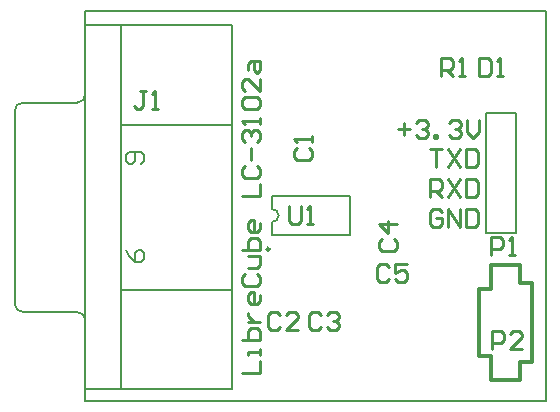
<source format=gto>
%FSAX24Y24*%
%MOIN*%
G70*
G01*
G75*
%ADD10R,0.1181X0.0827*%
%ADD11R,0.0630X0.0315*%
%ADD12R,0.0433X0.0394*%
%ADD13R,0.0394X0.0433*%
%ADD14R,0.0118X0.0630*%
%ADD15C,0.0157*%
%ADD16C,0.0094*%
%ADD17C,0.0080*%
%ADD18C,0.0591*%
%ADD19R,0.0591X0.0591*%
%ADD20C,0.0665*%
%ADD21R,0.0665X0.0665*%
%ADD22C,0.1874*%
%ADD23C,0.0472*%
%ADD24C,0.0079*%
%ADD25C,0.0098*%
%ADD26C,0.0140*%
%ADD27C,0.0100*%
%ADD28C,0.0059*%
D17*
X057126Y085394D02*
Y098386D01*
X072480Y085394D02*
Y098386D01*
X057126D02*
X072480D01*
X057126Y085394D02*
X072480D01*
D24*
X057124Y088087D02*
G03*
X056850Y088360I-000274J000000D01*
G01*
X054764Y088636D02*
G03*
X055037Y088362I000274J000000D01*
G01*
X056850Y095341D02*
G03*
X057124Y095614I000000J000274D01*
G01*
X055037Y095339D02*
G03*
X054764Y095065I000000J-000274D01*
G01*
X063346Y091358D02*
G03*
X063346Y091791I000000J000217D01*
G01*
X070484Y094988D02*
X071484D01*
Y090988D02*
Y094988D01*
X070484Y090988D02*
Y094988D01*
Y090988D02*
X071484D01*
X058307Y085787D02*
Y097913D01*
X057126D02*
X062008D01*
X057126Y085787D02*
X062008D01*
X054764Y088636D02*
Y095065D01*
X062008Y085787D02*
Y097913D01*
X058307Y094606D02*
X062008D01*
X057126Y085787D02*
Y097913D01*
X058307Y089094D02*
X062008D01*
X055039Y088360D02*
X056850D01*
X055039Y095341D02*
X056850D01*
X063346Y090925D02*
Y091358D01*
Y091791D02*
Y092224D01*
X065945Y090925D02*
Y092224D01*
X063346Y090925D02*
X065945D01*
X063346Y092224D02*
X065945D01*
D25*
X063268Y090453D02*
G03*
X063268Y090453I-000049J000000D01*
G01*
D26*
X070630Y086102D02*
X071614D01*
Y086693D01*
X072008D01*
Y089339D01*
X071614D02*
X072008D01*
X071614D02*
Y089941D01*
X070630D02*
X071614D01*
X070630Y089138D02*
Y089941D01*
X070236Y089138D02*
X070630D01*
X070236Y086890D02*
Y089138D01*
Y086890D02*
X070630D01*
Y086102D02*
Y086890D01*
D27*
X070669Y087126D02*
Y087726D01*
X070969D01*
X071069Y087626D01*
Y087426D01*
X070969Y087326D01*
X070669D01*
X071669Y087126D02*
X071269D01*
X071669Y087526D01*
Y087626D01*
X071569Y087726D01*
X071369D01*
X071269Y087626D01*
X068976Y096220D02*
Y096820D01*
X069276D01*
X069376Y096720D01*
Y096520D01*
X069276Y096420D01*
X068976D01*
X069176D02*
X069376Y096220D01*
X069576D02*
X069776D01*
X069676D01*
Y096820D01*
X069576Y096720D01*
X070236Y096820D02*
Y096220D01*
X070536D01*
X070636Y096320D01*
Y096720D01*
X070536Y096820D01*
X070236D01*
X070836Y096220D02*
X071036D01*
X070936D01*
Y096820D01*
X070836Y096720D01*
X064185Y093825D02*
X064085Y093725D01*
Y093525D01*
X064185Y093425D01*
X064585D01*
X064685Y093525D01*
Y093725D01*
X064585Y093825D01*
X064685Y094025D02*
Y094225D01*
Y094125D01*
X064085D01*
X064185Y094025D01*
X063628Y088256D02*
X063528Y088356D01*
X063328D01*
X063228Y088256D01*
Y087856D01*
X063328Y087756D01*
X063528D01*
X063628Y087856D01*
X064228Y087756D02*
X063828D01*
X064228Y088156D01*
Y088256D01*
X064128Y088356D01*
X063928D01*
X063828Y088256D01*
X064967D02*
X064867Y088356D01*
X064667D01*
X064567Y088256D01*
Y087856D01*
X064667Y087756D01*
X064867D01*
X064967Y087856D01*
X065167Y088256D02*
X065267Y088356D01*
X065467D01*
X065567Y088256D01*
Y088156D01*
X065467Y088056D01*
X065367D01*
X065467D01*
X065567Y087956D01*
Y087856D01*
X065467Y087756D01*
X065267D01*
X065167Y087856D01*
X067007Y090794D02*
X066907Y090694D01*
Y090494D01*
X067007Y090394D01*
X067407D01*
X067507Y090494D01*
Y090694D01*
X067407Y090794D01*
X067507Y091293D02*
X066907D01*
X067207Y090994D01*
Y091393D01*
X067250Y089870D02*
X067150Y089970D01*
X066950D01*
X066850Y089870D01*
Y089470D01*
X066950Y089370D01*
X067150D01*
X067250Y089470D01*
X067850Y089970D02*
X067450D01*
Y089670D01*
X067650Y089770D01*
X067750D01*
X067850Y089670D01*
Y089470D01*
X067750Y089370D01*
X067550D01*
X067450Y089470D01*
X059140Y095718D02*
X058940D01*
X059040D01*
Y095218D01*
X058940Y095118D01*
X058840D01*
X058740Y095218D01*
X059340Y095118D02*
X059540D01*
X059440D01*
Y095718D01*
X059340Y095618D01*
X070630Y090276D02*
Y090875D01*
X070930D01*
X071030Y090775D01*
Y090575D01*
X070930Y090476D01*
X070630D01*
X071230Y090276D02*
X071430D01*
X071330D01*
Y090875D01*
X071230Y090775D01*
X063898Y091899D02*
Y091399D01*
X063998Y091299D01*
X064198D01*
X064298Y091399D01*
Y091899D01*
X064497Y091299D02*
X064697D01*
X064597D01*
Y091899D01*
X064497Y091799D01*
X062353Y086339D02*
X062953D01*
Y086738D01*
Y086938D02*
Y087138D01*
Y087038D01*
X062553D01*
Y086938D01*
X062353Y087438D02*
X062953D01*
Y087738D01*
X062853Y087838D01*
X062753D01*
X062653D01*
X062553Y087738D01*
Y087438D01*
Y088038D02*
X062953D01*
X062753D01*
X062653Y088138D01*
X062553Y088238D01*
Y088338D01*
X062953Y088938D02*
Y088738D01*
X062853Y088638D01*
X062653D01*
X062553Y088738D01*
Y088938D01*
X062653Y089038D01*
X062753D01*
Y088638D01*
X062453Y089638D02*
X062353Y089538D01*
Y089338D01*
X062453Y089238D01*
X062853D01*
X062953Y089338D01*
Y089538D01*
X062853Y089638D01*
X062553Y089837D02*
X062853D01*
X062953Y089937D01*
Y090237D01*
X062553D01*
X062353Y090437D02*
X062953D01*
Y090737D01*
X062853Y090837D01*
X062753D01*
X062653D01*
X062553Y090737D01*
Y090437D01*
X062953Y091337D02*
Y091137D01*
X062853Y091037D01*
X062653D01*
X062553Y091137D01*
Y091337D01*
X062653Y091437D01*
X062753D01*
Y091037D01*
X062353Y092237D02*
X062953D01*
Y092637D01*
X062453Y093236D02*
X062353Y093136D01*
Y092936D01*
X062453Y092836D01*
X062853D01*
X062953Y092936D01*
Y093136D01*
X062853Y093236D01*
X062653Y093436D02*
Y093836D01*
X062453Y094036D02*
X062353Y094136D01*
Y094336D01*
X062453Y094436D01*
X062553D01*
X062653Y094336D01*
Y094236D01*
Y094336D01*
X062753Y094436D01*
X062853D01*
X062953Y094336D01*
Y094136D01*
X062853Y094036D01*
X062953Y094636D02*
Y094836D01*
Y094736D01*
X062353D01*
X062453Y094636D01*
Y095136D02*
X062353Y095236D01*
Y095436D01*
X062453Y095536D01*
X062853D01*
X062953Y095436D01*
Y095236D01*
X062853Y095136D01*
X062453D01*
X062953Y096135D02*
Y095736D01*
X062553Y096135D01*
X062453D01*
X062353Y096035D01*
Y095836D01*
X062453Y095736D01*
X062553Y096435D02*
Y096635D01*
X062653Y096735D01*
X062953D01*
Y096435D01*
X062853Y096335D01*
X062753Y096435D01*
Y096735D01*
X067559Y094473D02*
X067959D01*
X067759Y094673D02*
Y094273D01*
X068159Y094673D02*
X068259Y094773D01*
X068459D01*
X068559Y094673D01*
Y094573D01*
X068459Y094473D01*
X068359D01*
X068459D01*
X068559Y094373D01*
Y094273D01*
X068459Y094173D01*
X068259D01*
X068159Y094273D01*
X068759Y094173D02*
Y094273D01*
X068859D01*
Y094173D01*
X068759D01*
X069258Y094673D02*
X069358Y094773D01*
X069558D01*
X069658Y094673D01*
Y094573D01*
X069558Y094473D01*
X069458D01*
X069558D01*
X069658Y094373D01*
Y094273D01*
X069558Y094173D01*
X069358D01*
X069258Y094273D01*
X069858Y094773D02*
Y094373D01*
X070058Y094173D01*
X070258Y094373D01*
Y094773D01*
X068622Y093789D02*
X069022D01*
X068822D01*
Y093189D01*
X069222Y093789D02*
X069622Y093189D01*
Y093789D02*
X069222Y093189D01*
X069822Y093789D02*
Y093189D01*
X070122D01*
X070222Y093289D01*
Y093689D01*
X070122Y093789D01*
X069822D01*
X068622Y092205D02*
Y092805D01*
X068922D01*
X069022Y092705D01*
Y092505D01*
X068922Y092405D01*
X068622D01*
X068822D02*
X069022Y092205D01*
X069222Y092805D02*
X069622Y092205D01*
Y092805D02*
X069222Y092205D01*
X069822Y092805D02*
Y092205D01*
X070122D01*
X070222Y092305D01*
Y092705D01*
X070122Y092805D01*
X069822D01*
X069022Y091681D02*
X068922Y091781D01*
X068722D01*
X068622Y091681D01*
Y091281D01*
X068722Y091181D01*
X068922D01*
X069022Y091281D01*
Y091481D01*
X068822D01*
X069222Y091181D02*
Y091781D01*
X069622Y091181D01*
Y091781D01*
X069822D02*
Y091181D01*
X070122D01*
X070222Y091281D01*
Y091681D01*
X070122Y091781D01*
X069822D01*
D28*
X058986Y093289D02*
X059085Y093388D01*
Y093585D01*
X058986Y093683D01*
X058593D01*
X058494Y093585D01*
Y093388D01*
X058593Y093289D01*
X058691D01*
X058789Y093388D01*
Y093683D01*
X058494Y090411D02*
X058593Y090215D01*
X058789Y090018D01*
X058986D01*
X059085Y090116D01*
Y090313D01*
X058986Y090411D01*
X058888D01*
X058789Y090313D01*
Y090018D01*
M02*

</source>
